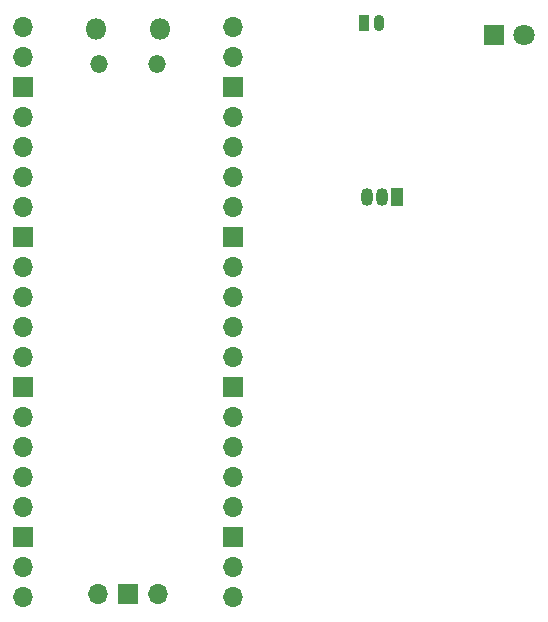
<source format=gbr>
%TF.GenerationSoftware,KiCad,Pcbnew,8.0.0*%
%TF.CreationDate,2024-03-27T15:42:33-03:00*%
%TF.ProjectId,pon_sem_6,706f6e5f-7365-46d5-9f36-2e6b69636164,rev?*%
%TF.SameCoordinates,Original*%
%TF.FileFunction,Soldermask,Bot*%
%TF.FilePolarity,Negative*%
%FSLAX46Y46*%
G04 Gerber Fmt 4.6, Leading zero omitted, Abs format (unit mm)*
G04 Created by KiCad (PCBNEW 8.0.0) date 2024-03-27 15:42:33*
%MOMM*%
%LPD*%
G01*
G04 APERTURE LIST*
G04 Aperture macros list*
%AMRoundRect*
0 Rectangle with rounded corners*
0 $1 Rounding radius*
0 $2 $3 $4 $5 $6 $7 $8 $9 X,Y pos of 4 corners*
0 Add a 4 corners polygon primitive as box body*
4,1,4,$2,$3,$4,$5,$6,$7,$8,$9,$2,$3,0*
0 Add four circle primitives for the rounded corners*
1,1,$1+$1,$2,$3*
1,1,$1+$1,$4,$5*
1,1,$1+$1,$6,$7*
1,1,$1+$1,$8,$9*
0 Add four rect primitives between the rounded corners*
20,1,$1+$1,$2,$3,$4,$5,0*
20,1,$1+$1,$4,$5,$6,$7,0*
20,1,$1+$1,$6,$7,$8,$9,0*
20,1,$1+$1,$8,$9,$2,$3,0*%
G04 Aperture macros list end*
%ADD10O,1.800000X1.800000*%
%ADD11O,1.500000X1.500000*%
%ADD12O,1.700000X1.700000*%
%ADD13R,1.700000X1.700000*%
%ADD14O,1.050000X1.500000*%
%ADD15R,1.050000X1.500000*%
%ADD16O,0.900000X1.400000*%
%ADD17RoundRect,0.225000X-0.225000X-0.475000X0.225000X-0.475000X0.225000X0.475000X-0.225000X0.475000X0*%
%ADD18C,1.800000*%
%ADD19R,1.800000X1.800000*%
G04 APERTURE END LIST*
D10*
%TO.C,U2*%
X129010000Y-68515000D03*
D11*
X129310000Y-71545000D03*
X134160000Y-71545000D03*
D10*
X134460000Y-68515000D03*
D12*
X122845000Y-68385000D03*
X122845000Y-70925000D03*
D13*
X122845000Y-73465000D03*
D12*
X122845000Y-76005000D03*
X122845000Y-78545000D03*
X122845000Y-81085000D03*
X122845000Y-83625000D03*
D13*
X122845000Y-86165000D03*
D12*
X122845000Y-88705000D03*
X122845000Y-91245000D03*
X122845000Y-93785000D03*
X122845000Y-96325000D03*
D13*
X122845000Y-98865000D03*
D12*
X122845000Y-101405000D03*
X122845000Y-103945000D03*
X122845000Y-106485000D03*
X122845000Y-109025000D03*
D13*
X122845000Y-111565000D03*
D12*
X122845000Y-114105000D03*
X122845000Y-116645000D03*
X140625000Y-116645000D03*
X140625000Y-114105000D03*
D13*
X140625000Y-111565000D03*
D12*
X140625000Y-109025000D03*
X140625000Y-106485000D03*
X140625000Y-103945000D03*
X140625000Y-101405000D03*
D13*
X140625000Y-98865000D03*
D12*
X140625000Y-96325000D03*
X140625000Y-93785000D03*
X140625000Y-91245000D03*
X140625000Y-88705000D03*
D13*
X140625000Y-86165000D03*
D12*
X140625000Y-83625000D03*
X140625000Y-81085000D03*
X140625000Y-78545000D03*
X140625000Y-76005000D03*
D13*
X140625000Y-73465000D03*
D12*
X140625000Y-70925000D03*
X140625000Y-68385000D03*
X129195000Y-116415000D03*
D13*
X131735000Y-116415000D03*
D12*
X134275000Y-116415000D03*
%TD*%
D14*
%TO.C,Q2*%
X151960000Y-82780000D03*
X153230000Y-82780000D03*
D15*
X154500000Y-82780000D03*
%TD*%
D16*
%TO.C,J1*%
X153000000Y-68000000D03*
D17*
X151750000Y-68000000D03*
%TD*%
D18*
%TO.C,D1*%
X165290000Y-69050000D03*
D19*
X162750000Y-69050000D03*
%TD*%
M02*

</source>
